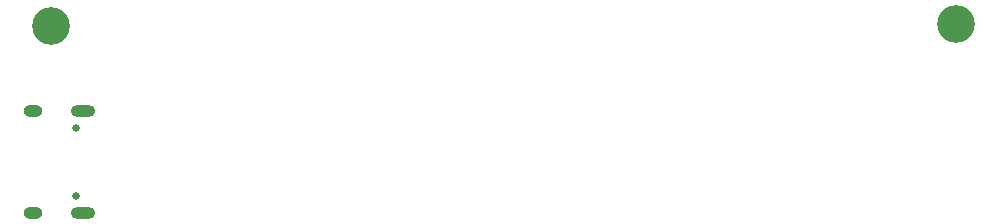
<source format=gbr>
%TF.GenerationSoftware,KiCad,Pcbnew,(7.0.0-0)*%
%TF.CreationDate,2023-12-09T12:43:24+01:00*%
%TF.ProjectId,USB 2.0 Hub,55534220-322e-4302-9048-75622e6b6963,v1.2*%
%TF.SameCoordinates,Original*%
%TF.FileFunction,Soldermask,Bot*%
%TF.FilePolarity,Negative*%
%FSLAX46Y46*%
G04 Gerber Fmt 4.6, Leading zero omitted, Abs format (unit mm)*
G04 Created by KiCad (PCBNEW (7.0.0-0)) date 2023-12-09 12:43:24*
%MOMM*%
%LPD*%
G01*
G04 APERTURE LIST*
%ADD10C,3.200000*%
%ADD11C,0.650000*%
%ADD12O,2.100000X1.000000*%
%ADD13O,1.600000X1.000000*%
G04 APERTURE END LIST*
D10*
%TO.C,H2*%
X-25720000Y15630000D03*
%TD*%
%TO.C,H1*%
X50855000Y15805000D03*
%TD*%
D11*
%TO.C,J1*%
X-23605000Y7045000D03*
X-23605000Y1265000D03*
D12*
X-23074999Y8474999D03*
D13*
X-27254999Y8474999D03*
D12*
X-23074999Y-164999D03*
D13*
X-27254999Y-164999D03*
%TD*%
M02*

</source>
